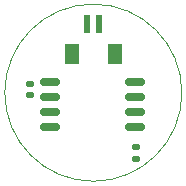
<source format=gbr>
%TF.GenerationSoftware,KiCad,Pcbnew,9.0.0*%
%TF.CreationDate,2025-03-13T16:48:28-04:00*%
%TF.ProjectId,IngestibleCapsule-Board_larger_vias,496e6765-7374-4696-926c-654361707375,rev?*%
%TF.SameCoordinates,Original*%
%TF.FileFunction,Paste,Bot*%
%TF.FilePolarity,Positive*%
%FSLAX46Y46*%
G04 Gerber Fmt 4.6, Leading zero omitted, Abs format (unit mm)*
G04 Created by KiCad (PCBNEW 9.0.0) date 2025-03-13 16:48:28*
%MOMM*%
%LPD*%
G01*
G04 APERTURE LIST*
G04 Aperture macros list*
%AMRoundRect*
0 Rectangle with rounded corners*
0 $1 Rounding radius*
0 $2 $3 $4 $5 $6 $7 $8 $9 X,Y pos of 4 corners*
0 Add a 4 corners polygon primitive as box body*
4,1,4,$2,$3,$4,$5,$6,$7,$8,$9,$2,$3,0*
0 Add four circle primitives for the rounded corners*
1,1,$1+$1,$2,$3*
1,1,$1+$1,$4,$5*
1,1,$1+$1,$6,$7*
1,1,$1+$1,$8,$9*
0 Add four rect primitives between the rounded corners*
20,1,$1+$1,$2,$3,$4,$5,0*
20,1,$1+$1,$4,$5,$6,$7,0*
20,1,$1+$1,$6,$7,$8,$9,0*
20,1,$1+$1,$8,$9,$2,$3,0*%
G04 Aperture macros list end*
%ADD10RoundRect,0.140000X-0.170000X0.140000X-0.170000X-0.140000X0.170000X-0.140000X0.170000X0.140000X0*%
%ADD11R,0.600000X1.550000*%
%ADD12R,1.200000X1.800000*%
%ADD13RoundRect,0.162500X0.650000X0.162500X-0.650000X0.162500X-0.650000X-0.162500X0.650000X-0.162500X0*%
%ADD14RoundRect,0.135000X-0.185000X0.135000X-0.185000X-0.135000X0.185000X-0.135000X0.185000X0.135000X0*%
%TA.AperFunction,Profile*%
%ADD15C,0.050000*%
%TD*%
G04 APERTURE END LIST*
D10*
%TO.C,C14*%
X94597500Y-114235000D03*
X94597500Y-115195000D03*
%TD*%
D11*
%TO.C,J6*%
X100500000Y-109163000D03*
X99500000Y-109163000D03*
D12*
X101800000Y-111688000D03*
X98200000Y-111688000D03*
%TD*%
D13*
%TO.C,U4*%
X103535000Y-114090000D03*
X103535000Y-115360000D03*
X103535000Y-116630000D03*
X103535000Y-117900000D03*
X96360000Y-117900000D03*
X96360000Y-116630000D03*
X96360000Y-115360000D03*
X96360000Y-114090000D03*
%TD*%
D14*
%TO.C,R8*%
X103597500Y-119610000D03*
X103597500Y-120630000D03*
%TD*%
D15*
X107500000Y-115000000D02*
G75*
G02*
X92500000Y-115000000I-7500000J0D01*
G01*
X92500000Y-115000000D02*
G75*
G02*
X107500000Y-115000000I7500000J0D01*
G01*
M02*

</source>
